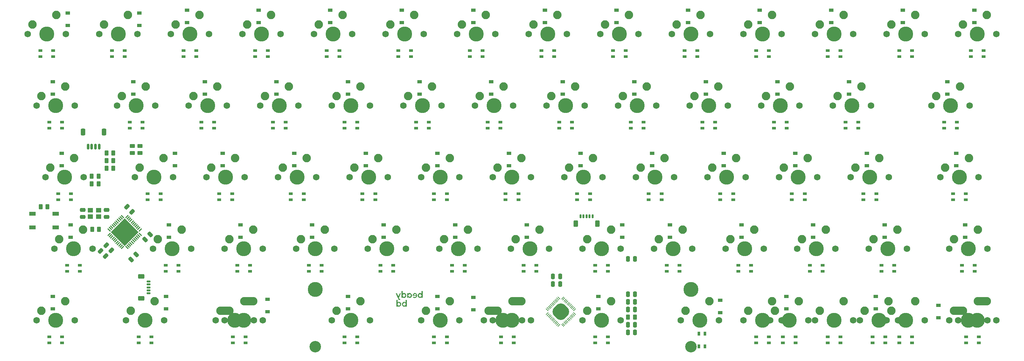
<source format=gbs>
%TF.GenerationSoftware,KiCad,Pcbnew,(6.0.5)*%
%TF.CreationDate,2022-07-14T23:48:44-04:00*%
%TF.ProjectId,bd64pcb,62643634-7063-4622-9e6b-696361645f70,rev?*%
%TF.SameCoordinates,Original*%
%TF.FileFunction,Soldermask,Bot*%
%TF.FilePolarity,Negative*%
%FSLAX46Y46*%
G04 Gerber Fmt 4.6, Leading zero omitted, Abs format (unit mm)*
G04 Created by KiCad (PCBNEW (6.0.5)) date 2022-07-14 23:48:44*
%MOMM*%
%LPD*%
G01*
G04 APERTURE LIST*
G04 Aperture macros list*
%AMRoundRect*
0 Rectangle with rounded corners*
0 $1 Rounding radius*
0 $2 $3 $4 $5 $6 $7 $8 $9 X,Y pos of 4 corners*
0 Add a 4 corners polygon primitive as box body*
4,1,4,$2,$3,$4,$5,$6,$7,$8,$9,$2,$3,0*
0 Add four circle primitives for the rounded corners*
1,1,$1+$1,$2,$3*
1,1,$1+$1,$4,$5*
1,1,$1+$1,$6,$7*
1,1,$1+$1,$8,$9*
0 Add four rect primitives between the rounded corners*
20,1,$1+$1,$2,$3,$4,$5,0*
20,1,$1+$1,$4,$5,$6,$7,0*
20,1,$1+$1,$6,$7,$8,$9,0*
20,1,$1+$1,$8,$9,$2,$3,0*%
%AMRotRect*
0 Rectangle, with rotation*
0 The origin of the aperture is its center*
0 $1 length*
0 $2 width*
0 $3 Rotation angle, in degrees counterclockwise*
0 Add horizontal line*
21,1,$1,$2,0,0,$3*%
%AMFreePoly0*
4,1,24,1.200000,-1.125000,0.000000,-1.125000,0.000000,-1.121145,-0.146842,-1.115375,-0.347644,-1.069939,-0.536804,-0.988669,-0.707985,-0.874289,-0.855457,-0.730629,-0.974279,-0.562500,-1.060472,-0.375533,-1.111149,-0.175989,-1.124614,0.029449,-1.100416,0.233901,-1.039364,0.430519,-0.943504,0.612719,-0.816046,0.774399,-0.661258,0.910144,-0.484325,1.015408,-0.291171,1.086667,-0.088266,1.121532,
0.000000,1.120376,0.000000,1.125000,1.200000,1.125000,1.200000,-1.125000,1.200000,-1.125000,$1*%
G04 Aperture macros list end*
%ADD10C,3.987800*%
%ADD11C,1.750000*%
%ADD12C,2.250000*%
%ADD13FreePoly0,0.000000*%
%ADD14FreePoly0,180.000000*%
%ADD15C,3.048000*%
%ADD16RoundRect,0.250000X0.512652X0.159099X0.159099X0.512652X-0.512652X-0.159099X-0.159099X-0.512652X0*%
%ADD17RoundRect,0.250000X-0.159099X0.512652X-0.512652X0.159099X0.159099X-0.512652X0.512652X-0.159099X0*%
%ADD18RoundRect,0.250000X-0.512652X-0.159099X-0.159099X-0.512652X0.512652X0.159099X0.159099X0.512652X0*%
%ADD19RoundRect,0.250000X0.159099X-0.512652X0.512652X-0.159099X-0.159099X0.512652X-0.512652X0.159099X0*%
%ADD20RoundRect,0.250000X0.475000X-0.250000X0.475000X0.250000X-0.475000X0.250000X-0.475000X-0.250000X0*%
%ADD21RoundRect,0.250000X-0.475000X0.250000X-0.475000X-0.250000X0.475000X-0.250000X0.475000X0.250000X0*%
%ADD22RoundRect,0.250000X-0.250000X-0.475000X0.250000X-0.475000X0.250000X0.475000X-0.250000X0.475000X0*%
%ADD23RoundRect,0.250000X0.250000X0.475000X-0.250000X0.475000X-0.250000X-0.475000X0.250000X-0.475000X0*%
%ADD24R,1.200000X0.900000*%
%ADD25R,1.000000X0.700000*%
%ADD26R,0.700000X1.000000*%
%ADD27RoundRect,0.250000X0.262500X0.450000X-0.262500X0.450000X-0.262500X-0.450000X0.262500X-0.450000X0*%
%ADD28RoundRect,0.250000X-0.450000X0.262500X-0.450000X-0.262500X0.450000X-0.262500X0.450000X0.262500X0*%
%ADD29RoundRect,0.250000X-0.262500X-0.450000X0.262500X-0.450000X0.262500X0.450000X-0.262500X0.450000X0*%
%ADD30R,1.800000X1.100000*%
%ADD31RoundRect,0.050000X-0.229810X-0.300520X0.300520X0.229810X0.229810X0.300520X-0.300520X-0.229810X0*%
%ADD32RoundRect,0.050000X0.229810X-0.300520X0.300520X-0.229810X-0.229810X0.300520X-0.300520X0.229810X0*%
%ADD33RoundRect,1.500000X0.000000X-0.707107X0.707107X0.000000X0.000000X0.707107X-0.707107X0.000000X0*%
%ADD34R,1.400000X1.200000*%
%ADD35RoundRect,0.062500X-0.291682X-0.380070X0.380070X0.291682X0.291682X0.380070X-0.380070X-0.291682X0*%
%ADD36RoundRect,0.062500X0.291682X-0.380070X0.380070X-0.291682X-0.291682X0.380070X-0.380070X0.291682X0*%
%ADD37RotRect,5.200000X5.200000X45.000000*%
%ADD38RoundRect,0.150000X-0.150000X-0.625000X0.150000X-0.625000X0.150000X0.625000X-0.150000X0.625000X0*%
%ADD39RoundRect,0.250000X-0.350000X-0.650000X0.350000X-0.650000X0.350000X0.650000X-0.350000X0.650000X0*%
%ADD40RoundRect,0.125000X0.375000X-0.125000X0.375000X0.125000X-0.375000X0.125000X-0.375000X-0.125000X0*%
%ADD41RoundRect,0.250000X0.600000X-0.350000X0.600000X0.350000X-0.600000X0.350000X-0.600000X-0.350000X0*%
%ADD42RoundRect,0.125000X0.125000X0.375000X-0.125000X0.375000X-0.125000X-0.375000X0.125000X-0.375000X0*%
%ADD43RoundRect,0.250000X0.350000X0.600000X-0.350000X0.600000X-0.350000X-0.600000X0.350000X-0.600000X0*%
G04 APERTURE END LIST*
%TO.C,G\u002A\u002A\u002A*%
G36*
X123190402Y-121202671D02*
G01*
X123137954Y-121409223D01*
X123022338Y-121586758D01*
X122848880Y-121716432D01*
X122821758Y-121729498D01*
X122625870Y-121793666D01*
X122440709Y-121788784D01*
X122236324Y-121714769D01*
X122050682Y-121624751D01*
X122142788Y-121526545D01*
X122154239Y-121514408D01*
X122217569Y-121459441D01*
X122277865Y-121454710D01*
X122374173Y-121494868D01*
X122487826Y-121532583D01*
X122625016Y-121533349D01*
X122678351Y-121514232D01*
X122784865Y-121449203D01*
X122869528Y-121368100D01*
X122904038Y-121295088D01*
X122892091Y-121284042D01*
X122810861Y-121267313D01*
X122662598Y-121256471D01*
X122458796Y-121252613D01*
X122013554Y-121252613D01*
X122013713Y-121072095D01*
X122025508Y-120995833D01*
X122267978Y-120995833D01*
X122306458Y-121019039D01*
X122416787Y-121034637D01*
X122586008Y-121040239D01*
X122686966Y-121039231D01*
X122817102Y-121030931D01*
X122884689Y-121011966D01*
X122904038Y-120979609D01*
X122874825Y-120911963D01*
X122791356Y-120832338D01*
X122682704Y-120768843D01*
X122578362Y-120742914D01*
X122487432Y-120770311D01*
X122385259Y-120837685D01*
X122302235Y-120920904D01*
X122267978Y-120995833D01*
X122025508Y-120995833D01*
X122044309Y-120874280D01*
X122135213Y-120704744D01*
X122271481Y-120582687D01*
X122438011Y-120511723D01*
X122619704Y-120495464D01*
X122801460Y-120537523D01*
X122968178Y-120641514D01*
X123104760Y-120811048D01*
X123171837Y-120979609D01*
X123174358Y-120985945D01*
X123190402Y-121202671D01*
G37*
G36*
X120220590Y-121467512D02*
G01*
X120108542Y-121626683D01*
X119978162Y-121732680D01*
X119912154Y-121760547D01*
X119734204Y-121790830D01*
X119560423Y-121768455D01*
X119423619Y-121695616D01*
X119382445Y-121659871D01*
X119348732Y-121646699D01*
X119342102Y-121692017D01*
X119340283Y-121709739D01*
X119299808Y-121750473D01*
X119193688Y-121762312D01*
X119045274Y-121762312D01*
X119045274Y-121119657D01*
X119343494Y-121119657D01*
X119361846Y-121268732D01*
X119446184Y-121403206D01*
X119532506Y-121467757D01*
X119681334Y-121507463D01*
X119750037Y-121499763D01*
X119888069Y-121430890D01*
X119984376Y-121306586D01*
X120020566Y-121146426D01*
X120013331Y-121073307D01*
X119948618Y-120926402D01*
X119831821Y-120823905D01*
X119681334Y-120785389D01*
X119604602Y-120794340D01*
X119472846Y-120861509D01*
X119383152Y-120976932D01*
X119343494Y-121119657D01*
X119045274Y-121119657D01*
X119045274Y-119978366D01*
X119342102Y-119978366D01*
X119342102Y-120324748D01*
X119342675Y-120473849D01*
X119347101Y-120581482D01*
X119359393Y-120628987D01*
X119383562Y-120629770D01*
X119423619Y-120597236D01*
X119472670Y-120561678D01*
X119628464Y-120509090D01*
X119807897Y-120507857D01*
X119978162Y-120560172D01*
X120084932Y-120641281D01*
X120201819Y-120792900D01*
X120285436Y-120971874D01*
X120317394Y-121146426D01*
X120295919Y-121286947D01*
X120220590Y-121467512D01*
G37*
G36*
X118006852Y-120956561D02*
G01*
X118061936Y-121098201D01*
X118122111Y-121239291D01*
X118167738Y-121330629D01*
X118191834Y-121357090D01*
X118204600Y-121335419D01*
X118245249Y-121247437D01*
X118303687Y-121110061D01*
X118371938Y-120941688D01*
X118403180Y-120863116D01*
X118465834Y-120712036D01*
X118513591Y-120619055D01*
X118558069Y-120569138D01*
X118610887Y-120547254D01*
X118683664Y-120538371D01*
X118742129Y-120532922D01*
X118786588Y-120533924D01*
X118810403Y-120552063D01*
X118811756Y-120597626D01*
X118788832Y-120680898D01*
X118739813Y-120812167D01*
X118662883Y-121001717D01*
X118556223Y-121259836D01*
X118334002Y-121798119D01*
X118413389Y-121928878D01*
X118493389Y-122023760D01*
X118599408Y-122059637D01*
X118665720Y-122067836D01*
X118698812Y-122110987D01*
X118706042Y-122213892D01*
X118706042Y-122368146D01*
X118529956Y-122344489D01*
X118378530Y-122301131D01*
X118253722Y-122220516D01*
X118206216Y-122149185D01*
X118135108Y-122010947D01*
X118046527Y-121818917D01*
X117946455Y-121586068D01*
X117840876Y-121325371D01*
X117528177Y-120530540D01*
X117847318Y-120530540D01*
X118006852Y-120956561D01*
G37*
G36*
X124494189Y-121762312D02*
G01*
X124483552Y-121762241D01*
X124378852Y-121746082D01*
X124345775Y-121699224D01*
X124338564Y-121669325D01*
X124298594Y-121670818D01*
X124207962Y-121720303D01*
X124108097Y-121768651D01*
X123912534Y-121799968D01*
X123722796Y-121756121D01*
X123554555Y-121642242D01*
X123423488Y-121463464D01*
X123414312Y-121445242D01*
X123343384Y-121252712D01*
X123339322Y-121117492D01*
X123633418Y-121117492D01*
X123659106Y-121277491D01*
X123763427Y-121423950D01*
X123855637Y-121485719D01*
X123992819Y-121510890D01*
X124125058Y-121475626D01*
X124236948Y-121392634D01*
X124313080Y-121274619D01*
X124338048Y-121134290D01*
X124296444Y-120984353D01*
X124294997Y-120981655D01*
X124186716Y-120854632D01*
X124046684Y-120790801D01*
X123897216Y-120794862D01*
X123760628Y-120871515D01*
X123686449Y-120960969D01*
X123633418Y-121117492D01*
X123339322Y-121117492D01*
X123337982Y-121072904D01*
X123396508Y-120870651D01*
X123483324Y-120719859D01*
X123633402Y-120584274D01*
X123814481Y-120508765D01*
X124008009Y-120500400D01*
X124195435Y-120566248D01*
X124345775Y-120655100D01*
X124345775Y-119978366D01*
X124642603Y-119978366D01*
X124642603Y-121762312D01*
X124494189Y-121762312D01*
G37*
G36*
X120296192Y-124098433D02*
G01*
X120285556Y-124098361D01*
X120180855Y-124082203D01*
X120147778Y-124035345D01*
X120140567Y-124005446D01*
X120100598Y-124006939D01*
X120009965Y-124056423D01*
X119910100Y-124104771D01*
X119714538Y-124136088D01*
X119524799Y-124092241D01*
X119356558Y-123978362D01*
X119225491Y-123799584D01*
X119216316Y-123781363D01*
X119145387Y-123588833D01*
X119141325Y-123453612D01*
X119435422Y-123453612D01*
X119461110Y-123613612D01*
X119565430Y-123760070D01*
X119657640Y-123821839D01*
X119794822Y-123847011D01*
X119927062Y-123811747D01*
X120038951Y-123728754D01*
X120115084Y-123610739D01*
X120140052Y-123470410D01*
X120098448Y-123320473D01*
X120097001Y-123317775D01*
X119988719Y-123190752D01*
X119848687Y-123126922D01*
X119699220Y-123130983D01*
X119562631Y-123207635D01*
X119488453Y-123297090D01*
X119435422Y-123453612D01*
X119141325Y-123453612D01*
X119139985Y-123409024D01*
X119198511Y-123206771D01*
X119285327Y-123055979D01*
X119435406Y-122920394D01*
X119616485Y-122844885D01*
X119810013Y-122836521D01*
X119997438Y-122902369D01*
X120147778Y-122991220D01*
X120147778Y-122314486D01*
X120444606Y-122314486D01*
X120444606Y-124098433D01*
X120296192Y-124098433D01*
G37*
G36*
X118863662Y-123803633D02*
G01*
X118751613Y-123962803D01*
X118621234Y-124068801D01*
X118555226Y-124096668D01*
X118377276Y-124126950D01*
X118203495Y-124104575D01*
X118066690Y-124031737D01*
X118025517Y-123995992D01*
X117991804Y-123982820D01*
X117985174Y-124028137D01*
X117983355Y-124045860D01*
X117942879Y-124086593D01*
X117836760Y-124098433D01*
X117688346Y-124098433D01*
X117688346Y-123455777D01*
X117986565Y-123455777D01*
X118004918Y-123604852D01*
X118089256Y-123739327D01*
X118175578Y-123803877D01*
X118324406Y-123843583D01*
X118393109Y-123835883D01*
X118531141Y-123767010D01*
X118627448Y-123642707D01*
X118663638Y-123482546D01*
X118656403Y-123409427D01*
X118591689Y-123262523D01*
X118474893Y-123160025D01*
X118324406Y-123121510D01*
X118247674Y-123130460D01*
X118115918Y-123197629D01*
X118026223Y-123313052D01*
X117986565Y-123455777D01*
X117688346Y-123455777D01*
X117688346Y-122314486D01*
X117985174Y-122314486D01*
X117985174Y-122660869D01*
X117985746Y-122809969D01*
X117990172Y-122917602D01*
X118002465Y-122965107D01*
X118026634Y-122965890D01*
X118066690Y-122933356D01*
X118115741Y-122897799D01*
X118271536Y-122845210D01*
X118450969Y-122843977D01*
X118621234Y-122896292D01*
X118728004Y-122977402D01*
X118844891Y-123129021D01*
X118928507Y-123307995D01*
X118960466Y-123482546D01*
X118938991Y-123623067D01*
X118863662Y-123803633D01*
G37*
G36*
X121704730Y-121467512D02*
G01*
X121592682Y-121626683D01*
X121462302Y-121732680D01*
X121396294Y-121760547D01*
X121218345Y-121790830D01*
X121044563Y-121768455D01*
X120907759Y-121695616D01*
X120866585Y-121659871D01*
X120832873Y-121646699D01*
X120826242Y-121692017D01*
X120824423Y-121709739D01*
X120783948Y-121750473D01*
X120677828Y-121762312D01*
X120529414Y-121762312D01*
X120529414Y-121119657D01*
X120827634Y-121119657D01*
X120845987Y-121268732D01*
X120930325Y-121403206D01*
X121016647Y-121467757D01*
X121165474Y-121507463D01*
X121234177Y-121499763D01*
X121372210Y-121430890D01*
X121468517Y-121306586D01*
X121504706Y-121146426D01*
X121497471Y-121073307D01*
X121432758Y-120926402D01*
X121315961Y-120823905D01*
X121165474Y-120785389D01*
X121088743Y-120794340D01*
X120956986Y-120861509D01*
X120867292Y-120976932D01*
X120827634Y-121119657D01*
X120529414Y-121119657D01*
X120529414Y-120530540D01*
X120677828Y-120530540D01*
X120715245Y-120531401D01*
X120801245Y-120550572D01*
X120826242Y-120600835D01*
X120828073Y-120634681D01*
X120848237Y-120645474D01*
X120907759Y-120597236D01*
X120956810Y-120561678D01*
X121112604Y-120509090D01*
X121292038Y-120507857D01*
X121462302Y-120560172D01*
X121569072Y-120641281D01*
X121685959Y-120792900D01*
X121769576Y-120971874D01*
X121801534Y-121146426D01*
X121780060Y-121286947D01*
X121704730Y-121467512D01*
G37*
%TD*%
D10*
%TO.C,MX1*%
X24606250Y-51593750D03*
D11*
X29686250Y-51593750D03*
X19526250Y-51593750D03*
D12*
X20796250Y-49053750D03*
X27146250Y-46513750D03*
%TD*%
D11*
%TO.C,MX2*%
X48736250Y-51593750D03*
D10*
X43656250Y-51593750D03*
D11*
X38576250Y-51593750D03*
D12*
X39846250Y-49053750D03*
X46196250Y-46513750D03*
%TD*%
D10*
%TO.C,MX4*%
X81756250Y-51593750D03*
D11*
X76676250Y-51593750D03*
X86836250Y-51593750D03*
D12*
X77946250Y-49053750D03*
X84296250Y-46513750D03*
%TD*%
D10*
%TO.C,MX10*%
X196056250Y-51593750D03*
D11*
X201136250Y-51593750D03*
X190976250Y-51593750D03*
D12*
X192246250Y-49053750D03*
X198596250Y-46513750D03*
%TD*%
D11*
%TO.C,MX11*%
X220186250Y-51593750D03*
X210026250Y-51593750D03*
D10*
X215106250Y-51593750D03*
D12*
X211296250Y-49053750D03*
X217646250Y-46513750D03*
%TD*%
D11*
%TO.C,MX12*%
X239236250Y-51593750D03*
X229076250Y-51593750D03*
D10*
X234156250Y-51593750D03*
D12*
X230346250Y-49053750D03*
X236696250Y-46513750D03*
%TD*%
D11*
%TO.C,MX13*%
X248126250Y-51593750D03*
X258286250Y-51593750D03*
D10*
X253206250Y-51593750D03*
D12*
X249396250Y-49053750D03*
X255746250Y-46513750D03*
%TD*%
D11*
%TO.C,MX14*%
X277336250Y-51593750D03*
X267176250Y-51593750D03*
D10*
X272256250Y-51593750D03*
D12*
X268446250Y-49053750D03*
X274796250Y-46513750D03*
%TD*%
D10*
%TO.C,MX15*%
X26987500Y-70643750D03*
D11*
X32067500Y-70643750D03*
X21907500Y-70643750D03*
D12*
X23177500Y-68103750D03*
X29527500Y-65563750D03*
%TD*%
D10*
%TO.C,MX16*%
X48418750Y-70643750D03*
D11*
X43338750Y-70643750D03*
X53498750Y-70643750D03*
D12*
X44608750Y-68103750D03*
X50958750Y-65563750D03*
%TD*%
D11*
%TO.C,MX17*%
X62388750Y-70643750D03*
D10*
X67468750Y-70643750D03*
D11*
X72548750Y-70643750D03*
D12*
X63658750Y-68103750D03*
X70008750Y-65563750D03*
%TD*%
D10*
%TO.C,MX18*%
X86518750Y-70643750D03*
D11*
X81438750Y-70643750D03*
X91598750Y-70643750D03*
D12*
X82708750Y-68103750D03*
X89058750Y-65563750D03*
%TD*%
D11*
%TO.C,MX19*%
X110648750Y-70643750D03*
X100488750Y-70643750D03*
D10*
X105568750Y-70643750D03*
D12*
X101758750Y-68103750D03*
X108108750Y-65563750D03*
%TD*%
D11*
%TO.C,MX20*%
X119538750Y-70643750D03*
X129698750Y-70643750D03*
D10*
X124618750Y-70643750D03*
D12*
X120808750Y-68103750D03*
X127158750Y-65563750D03*
%TD*%
D11*
%TO.C,MX25*%
X224948750Y-70643750D03*
X214788750Y-70643750D03*
D10*
X219868750Y-70643750D03*
D12*
X216058750Y-68103750D03*
X222408750Y-65563750D03*
%TD*%
D11*
%TO.C,MX26*%
X243998750Y-70643750D03*
D10*
X238918750Y-70643750D03*
D11*
X233838750Y-70643750D03*
D12*
X235108750Y-68103750D03*
X241458750Y-65563750D03*
%TD*%
D11*
%TO.C,MX28*%
X24288750Y-89693750D03*
D10*
X29368750Y-89693750D03*
D11*
X34448750Y-89693750D03*
D12*
X25558750Y-87153750D03*
X31908750Y-84613750D03*
%TD*%
D11*
%TO.C,MX29*%
X58261250Y-89693750D03*
X48101250Y-89693750D03*
D10*
X53181250Y-89693750D03*
D12*
X49371250Y-87153750D03*
X55721250Y-84613750D03*
%TD*%
D11*
%TO.C,MX37*%
X200501250Y-89693750D03*
X210661250Y-89693750D03*
D10*
X205581250Y-89693750D03*
D12*
X201771250Y-87153750D03*
X208121250Y-84613750D03*
%TD*%
D11*
%TO.C,MX38*%
X229711250Y-89693750D03*
D10*
X224631250Y-89693750D03*
D11*
X219551250Y-89693750D03*
D12*
X220821250Y-87153750D03*
X227171250Y-84613750D03*
%TD*%
D10*
%TO.C,MX39*%
X243681250Y-89693750D03*
D11*
X248761250Y-89693750D03*
X238601250Y-89693750D03*
D12*
X239871250Y-87153750D03*
X246221250Y-84613750D03*
%TD*%
D11*
%TO.C,MX40*%
X272573750Y-89693750D03*
X262413750Y-89693750D03*
D10*
X267493750Y-89693750D03*
D12*
X263683750Y-87153750D03*
X270033750Y-84613750D03*
%TD*%
D10*
%TO.C,MX41*%
X31750000Y-108743750D03*
D11*
X36830000Y-108743750D03*
X26670000Y-108743750D03*
D12*
X27940000Y-106203750D03*
X34290000Y-103663750D03*
%TD*%
D10*
%TO.C,MX42*%
X57943750Y-108743750D03*
D11*
X52863750Y-108743750D03*
X63023750Y-108743750D03*
D12*
X54133750Y-106203750D03*
X60483750Y-103663750D03*
%TD*%
D10*
%TO.C,MX43*%
X76993750Y-108743750D03*
D11*
X82073750Y-108743750D03*
X71913750Y-108743750D03*
D12*
X73183750Y-106203750D03*
X79533750Y-103663750D03*
%TD*%
D11*
%TO.C,MX44*%
X90963750Y-108743750D03*
D10*
X96043750Y-108743750D03*
D11*
X101123750Y-108743750D03*
D12*
X92233750Y-106203750D03*
X98583750Y-103663750D03*
%TD*%
D11*
%TO.C,MX45*%
X120173750Y-108743750D03*
X110013750Y-108743750D03*
D10*
X115093750Y-108743750D03*
D12*
X111283750Y-106203750D03*
X117633750Y-103663750D03*
%TD*%
D11*
%TO.C,MX46*%
X129063750Y-108743750D03*
X139223750Y-108743750D03*
D10*
X134143750Y-108743750D03*
D12*
X130333750Y-106203750D03*
X136683750Y-103663750D03*
%TD*%
D11*
%TO.C,MX47*%
X158273750Y-108743750D03*
X148113750Y-108743750D03*
D10*
X153193750Y-108743750D03*
D12*
X149383750Y-106203750D03*
X155733750Y-103663750D03*
%TD*%
D11*
%TO.C,MX48*%
X167163750Y-108743750D03*
D10*
X172243750Y-108743750D03*
D11*
X177323750Y-108743750D03*
D12*
X168433750Y-106203750D03*
X174783750Y-103663750D03*
%TD*%
D10*
%TO.C,MX49*%
X191293750Y-108743750D03*
D11*
X196373750Y-108743750D03*
X186213750Y-108743750D03*
D12*
X187483750Y-106203750D03*
X193833750Y-103663750D03*
%TD*%
D10*
%TO.C,MX50*%
X210343750Y-108743750D03*
D11*
X205263750Y-108743750D03*
X215423750Y-108743750D03*
D12*
X206533750Y-106203750D03*
X212883750Y-103663750D03*
%TD*%
D11*
%TO.C,MX51*%
X234473750Y-108743750D03*
D10*
X229393750Y-108743750D03*
D11*
X224313750Y-108743750D03*
D12*
X225583750Y-106203750D03*
X231933750Y-103663750D03*
%TD*%
D10*
%TO.C,MX52*%
X248443750Y-108743750D03*
D11*
X243363750Y-108743750D03*
X253523750Y-108743750D03*
D12*
X244633750Y-106203750D03*
X250983750Y-103663750D03*
%TD*%
D11*
%TO.C,MX54*%
X32067500Y-127793750D03*
D10*
X26987500Y-127793750D03*
D11*
X21907500Y-127793750D03*
D12*
X23177500Y-125253750D03*
X29527500Y-122713750D03*
%TD*%
D11*
%TO.C,MX55*%
X45720000Y-127793750D03*
D10*
X50800000Y-127793750D03*
D11*
X55880000Y-127793750D03*
D12*
X46990000Y-125253750D03*
X53340000Y-122713750D03*
%TD*%
D11*
%TO.C,MX56*%
X69531900Y-127793150D03*
D10*
X74611900Y-127793150D03*
X76993750Y-127793750D03*
D11*
X71913750Y-127793750D03*
X79691900Y-127793150D03*
X82073750Y-127793750D03*
D13*
X70802500Y-125253750D03*
D14*
X73183750Y-125253750D03*
X79533750Y-122713750D03*
D13*
X77152500Y-122713750D03*
%TD*%
D11*
%TO.C,MX57*%
X100488750Y-127793750D03*
X110648750Y-127793750D03*
D10*
X105568750Y-127793750D03*
D12*
X101758750Y-125253750D03*
X108108750Y-122713750D03*
%TD*%
D11*
%TO.C,MX58*%
X134461250Y-127793750D03*
D10*
X129381250Y-127793750D03*
D11*
X124301250Y-127793750D03*
D12*
X125571250Y-125253750D03*
X131921250Y-122713750D03*
%TD*%
D10*
%TO.C,MX59*%
X146046400Y-127793150D03*
D11*
X151126400Y-127793150D03*
X140966400Y-127793150D03*
D10*
X96046500Y-119538150D03*
D11*
X143351250Y-127793750D03*
D15*
X96046500Y-134778150D03*
D11*
X153511250Y-127793750D03*
D10*
X196046300Y-119538150D03*
D15*
X196046300Y-134778150D03*
D10*
X148431250Y-127793750D03*
D13*
X142240000Y-125253750D03*
D14*
X144621250Y-125253750D03*
D13*
X148590000Y-122713750D03*
D14*
X150971250Y-122713750D03*
%TD*%
D11*
%TO.C,MX60*%
X177323750Y-127793750D03*
X167163750Y-127793750D03*
D10*
X172243750Y-127793750D03*
D12*
X168433750Y-125253750D03*
X174783750Y-122713750D03*
%TD*%
D10*
%TO.C,MX61*%
X198437500Y-127793750D03*
D11*
X203517500Y-127793750D03*
X193357500Y-127793750D03*
X220184600Y-127793150D03*
D10*
X215104600Y-127793150D03*
D11*
X210024600Y-127793150D03*
D12*
X194627500Y-125253750D03*
X211294600Y-125253150D03*
X217644600Y-122713150D03*
X200977500Y-122713750D03*
%TD*%
D11*
%TO.C,MX62*%
X239234900Y-127793150D03*
D10*
X222250000Y-127793750D03*
D11*
X229074900Y-127793150D03*
D10*
X234154900Y-127793150D03*
D11*
X217170000Y-127793750D03*
X227330000Y-127793750D03*
D12*
X230344900Y-125253150D03*
X218440000Y-125253750D03*
X224790000Y-122713750D03*
X236694900Y-122713150D03*
%TD*%
D11*
%TO.C,MX63*%
X251142500Y-127793750D03*
X248125200Y-127793750D03*
X258285200Y-127793750D03*
D10*
X253205200Y-127793750D03*
D11*
X240982500Y-127793750D03*
D10*
X246062500Y-127793750D03*
D12*
X249395200Y-125253750D03*
X242252500Y-125253750D03*
X248602500Y-122713750D03*
X255745200Y-122713750D03*
%TD*%
D10*
%TO.C,MX64*%
X272256250Y-127793750D03*
D11*
X264795000Y-127793750D03*
D10*
X269875000Y-127793750D03*
D11*
X274955000Y-127793750D03*
X277336250Y-127793750D03*
X267176250Y-127793750D03*
D14*
X268446250Y-125253750D03*
D13*
X266065000Y-125253750D03*
X272415000Y-122713750D03*
D14*
X274796250Y-122713750D03*
%TD*%
D11*
%TO.C,MX30*%
X77311250Y-89693750D03*
D10*
X72231250Y-89693750D03*
D11*
X67151250Y-89693750D03*
D12*
X68421250Y-87153750D03*
X74771250Y-84613750D03*
%TD*%
D11*
%TO.C,MX36*%
X191611250Y-89693750D03*
D10*
X186531250Y-89693750D03*
D11*
X181451250Y-89693750D03*
D12*
X182721250Y-87153750D03*
X189071250Y-84613750D03*
%TD*%
D10*
%TO.C,MX35*%
X167481250Y-89693750D03*
D11*
X172561250Y-89693750D03*
X162401250Y-89693750D03*
D12*
X163671250Y-87153750D03*
X170021250Y-84613750D03*
%TD*%
D10*
%TO.C,MX34*%
X148431250Y-89693750D03*
D11*
X153511250Y-89693750D03*
X143351250Y-89693750D03*
D12*
X144621250Y-87153750D03*
X150971250Y-84613750D03*
%TD*%
D11*
%TO.C,MX33*%
X134461250Y-89693750D03*
D10*
X129381250Y-89693750D03*
D11*
X124301250Y-89693750D03*
D12*
X125571250Y-87153750D03*
X131921250Y-84613750D03*
%TD*%
D11*
%TO.C,MX32*%
X105251250Y-89693750D03*
D10*
X110331250Y-89693750D03*
D11*
X115411250Y-89693750D03*
D12*
X106521250Y-87153750D03*
X112871250Y-84613750D03*
%TD*%
D11*
%TO.C,MX31*%
X96361250Y-89693750D03*
D10*
X91281250Y-89693750D03*
D11*
X86201250Y-89693750D03*
D12*
X87471250Y-87153750D03*
X93821250Y-84613750D03*
%TD*%
D11*
%TO.C,MX23*%
X186848750Y-70643750D03*
X176688750Y-70643750D03*
D10*
X181768750Y-70643750D03*
D12*
X177958750Y-68103750D03*
X184308750Y-65563750D03*
%TD*%
D10*
%TO.C,MX22*%
X162718750Y-70643750D03*
D11*
X167798750Y-70643750D03*
X157638750Y-70643750D03*
D12*
X158908750Y-68103750D03*
X165258750Y-65563750D03*
%TD*%
D10*
%TO.C,MX21*%
X143668750Y-70643750D03*
D11*
X148748750Y-70643750D03*
X138588750Y-70643750D03*
D12*
X139858750Y-68103750D03*
X146208750Y-65563750D03*
%TD*%
D11*
%TO.C,MX5*%
X105886250Y-51593750D03*
X95726250Y-51593750D03*
D10*
X100806250Y-51593750D03*
D12*
X96996250Y-49053750D03*
X103346250Y-46513750D03*
%TD*%
D11*
%TO.C,MX9*%
X182086250Y-51593750D03*
D10*
X177006250Y-51593750D03*
D11*
X171926250Y-51593750D03*
D12*
X173196250Y-49053750D03*
X179546250Y-46513750D03*
%TD*%
D11*
%TO.C,MX24*%
X205898750Y-70643750D03*
D10*
X200818750Y-70643750D03*
D11*
X195738750Y-70643750D03*
D12*
X197008750Y-68103750D03*
X203358750Y-65563750D03*
%TD*%
D11*
%TO.C,MX7*%
X143986250Y-51593750D03*
X133826250Y-51593750D03*
D10*
X138906250Y-51593750D03*
D12*
X135096250Y-49053750D03*
X141446250Y-46513750D03*
%TD*%
D11*
%TO.C,MX6*%
X114776250Y-51593750D03*
D10*
X119856250Y-51593750D03*
D11*
X124936250Y-51593750D03*
D12*
X116046250Y-49053750D03*
X122396250Y-46513750D03*
%TD*%
D11*
%TO.C,MX8*%
X163036250Y-51593750D03*
D10*
X157956250Y-51593750D03*
D11*
X152876250Y-51593750D03*
D12*
X154146250Y-49053750D03*
X160496250Y-46513750D03*
%TD*%
D11*
%TO.C,MX53*%
X264795000Y-108743750D03*
X274955000Y-108743750D03*
D10*
X269875000Y-108743750D03*
D12*
X266065000Y-106203750D03*
X272415000Y-103663750D03*
%TD*%
D11*
%TO.C,MX3*%
X67786250Y-51593750D03*
X57626250Y-51593750D03*
D10*
X62706250Y-51593750D03*
D12*
X58896250Y-49053750D03*
X65246250Y-46513750D03*
%TD*%
D10*
%TO.C,MX27*%
X265112500Y-70643750D03*
D11*
X260032500Y-70643750D03*
X270192500Y-70643750D03*
D12*
X261302500Y-68103750D03*
X267652500Y-65563750D03*
%TD*%
D16*
%TO.C,C1*%
X47280751Y-98842751D03*
X45937249Y-97499249D03*
%TD*%
D17*
%TO.C,C2*%
X52106751Y-104865249D03*
X50763249Y-106208751D03*
%TD*%
D18*
%TO.C,C3*%
X40476249Y-107786249D03*
X41819751Y-109129751D03*
%TD*%
D19*
%TO.C,C4*%
X47080249Y-111542751D03*
X48423751Y-110199249D03*
%TD*%
D20*
%TO.C,C5*%
X40482761Y-100264000D03*
X40482761Y-98364000D03*
%TD*%
D21*
%TO.C,C6*%
X34132761Y-98364000D03*
X34132761Y-100264000D03*
%TD*%
D18*
%TO.C,C7*%
X38952249Y-109310249D03*
X40295751Y-110653751D03*
%TD*%
D22*
%TO.C,C9*%
X179263000Y-111379000D03*
X181163000Y-111379000D03*
%TD*%
D23*
%TO.C,C10*%
X181163000Y-130937000D03*
X179263000Y-130937000D03*
%TD*%
%TO.C,C11*%
X161224000Y-118110000D03*
X159324000Y-118110000D03*
%TD*%
%TO.C,C12*%
X181163000Y-124841000D03*
X179263000Y-124841000D03*
%TD*%
%TO.C,C13*%
X181163000Y-128905000D03*
X179263000Y-128905000D03*
%TD*%
%TO.C,C14*%
X161224000Y-116078000D03*
X159324000Y-116078000D03*
%TD*%
D22*
%TO.C,C16*%
X179263000Y-120777000D03*
X181163000Y-120777000D03*
%TD*%
D24*
%TO.C,D2*%
X49212500Y-49275000D03*
X49212500Y-45975000D03*
%TD*%
%TO.C,D3*%
X61912500Y-48481250D03*
X61912500Y-45181250D03*
%TD*%
%TO.C,D4*%
X80962500Y-48481250D03*
X80962500Y-45181250D03*
%TD*%
%TO.C,D5*%
X100012500Y-48481250D03*
X100012500Y-45181250D03*
%TD*%
%TO.C,D6*%
X119062500Y-48481250D03*
X119062500Y-45181250D03*
%TD*%
%TO.C,D7*%
X138112500Y-48481250D03*
X138112500Y-45181250D03*
%TD*%
%TO.C,D8*%
X157162500Y-48481250D03*
X157162500Y-45181250D03*
%TD*%
%TO.C,D9*%
X176212500Y-48481250D03*
X176212500Y-45181250D03*
%TD*%
%TO.C,D10*%
X195262500Y-48481250D03*
X195262500Y-45181250D03*
%TD*%
%TO.C,D11*%
X214312500Y-48481250D03*
X214312500Y-45181250D03*
%TD*%
%TO.C,D12*%
X233362500Y-48481250D03*
X233362500Y-45181250D03*
%TD*%
%TO.C,D13*%
X252412500Y-48481250D03*
X252412500Y-45181250D03*
%TD*%
%TO.C,D15*%
X26193750Y-67531250D03*
X26193750Y-64231250D03*
%TD*%
%TO.C,D16*%
X47625000Y-67531250D03*
X47625000Y-64231250D03*
%TD*%
%TO.C,D17*%
X66675000Y-67531250D03*
X66675000Y-64231250D03*
%TD*%
%TO.C,D18*%
X85725000Y-67531250D03*
X85725000Y-64231250D03*
%TD*%
%TO.C,D19*%
X104775000Y-67531250D03*
X104775000Y-64231250D03*
%TD*%
%TO.C,D20*%
X123825000Y-67531250D03*
X123825000Y-64231250D03*
%TD*%
%TO.C,D21*%
X142875000Y-67531250D03*
X142875000Y-64231250D03*
%TD*%
%TO.C,D22*%
X161925000Y-67531250D03*
X161925000Y-64231250D03*
%TD*%
%TO.C,D23*%
X180975000Y-67531250D03*
X180975000Y-64231250D03*
%TD*%
%TO.C,D24*%
X200025000Y-67531250D03*
X200025000Y-64231250D03*
%TD*%
%TO.C,D25*%
X219075000Y-67531250D03*
X219075000Y-64231250D03*
%TD*%
%TO.C,D26*%
X238125000Y-67531250D03*
X238125000Y-64231250D03*
%TD*%
%TO.C,D14*%
X271462500Y-48481250D03*
X271462500Y-45181250D03*
%TD*%
%TO.C,D28*%
X28575000Y-86581250D03*
X28575000Y-83281250D03*
%TD*%
%TO.C,D29*%
X58737500Y-86581250D03*
X58737500Y-83281250D03*
%TD*%
%TO.C,D30*%
X71437500Y-86581250D03*
X71437500Y-83281250D03*
%TD*%
%TO.C,D31*%
X90487500Y-86581250D03*
X90487500Y-83281250D03*
%TD*%
%TO.C,D32*%
X109537500Y-86581250D03*
X109537500Y-83281250D03*
%TD*%
%TO.C,D33*%
X128587500Y-86581250D03*
X128587500Y-83281250D03*
%TD*%
%TO.C,D34*%
X147637500Y-86581250D03*
X147637500Y-83281250D03*
%TD*%
%TO.C,D35*%
X166687500Y-86581250D03*
X166687500Y-83281250D03*
%TD*%
%TO.C,D36*%
X185737500Y-86581250D03*
X185737500Y-83281250D03*
%TD*%
%TO.C,D37*%
X204787500Y-86581250D03*
X204787500Y-83281250D03*
%TD*%
%TO.C,D38*%
X223837500Y-86581250D03*
X223837500Y-83281250D03*
%TD*%
%TO.C,D39*%
X242887500Y-86581250D03*
X242887500Y-83281250D03*
%TD*%
%TO.C,D27*%
X264318750Y-67531250D03*
X264318750Y-64231250D03*
%TD*%
%TO.C,D41*%
X30956250Y-105631250D03*
X30956250Y-102331250D03*
%TD*%
%TO.C,D42*%
X57150000Y-105631250D03*
X57150000Y-102331250D03*
%TD*%
%TO.C,D43*%
X76200000Y-105631250D03*
X76200000Y-102331250D03*
%TD*%
%TO.C,D44*%
X95250000Y-105631250D03*
X95250000Y-102331250D03*
%TD*%
%TO.C,D45*%
X114300000Y-105631250D03*
X114300000Y-102331250D03*
%TD*%
%TO.C,D46*%
X133350000Y-105631250D03*
X133350000Y-102331250D03*
%TD*%
%TO.C,D47*%
X152400000Y-105631250D03*
X152400000Y-102331250D03*
%TD*%
%TO.C,D48*%
X177800000Y-105631250D03*
X177800000Y-102331250D03*
%TD*%
%TO.C,D49*%
X190500000Y-105631250D03*
X190500000Y-102331250D03*
%TD*%
%TO.C,D50*%
X209550000Y-105631250D03*
X209550000Y-102331250D03*
%TD*%
%TO.C,D51*%
X228600000Y-105631250D03*
X228600000Y-102331250D03*
%TD*%
%TO.C,D52*%
X247650000Y-105631250D03*
X247650000Y-102331250D03*
%TD*%
%TO.C,D40*%
X266700000Y-86581250D03*
X266700000Y-83281250D03*
%TD*%
%TO.C,D54*%
X26193750Y-124681250D03*
X26193750Y-121381250D03*
%TD*%
%TO.C,D55*%
X56356250Y-124681250D03*
X56356250Y-121381250D03*
%TD*%
%TO.C,D56*%
X83343750Y-125475000D03*
X83343750Y-122175000D03*
%TD*%
%TO.C,D57*%
X104775000Y-124681250D03*
X104775000Y-121381250D03*
%TD*%
%TO.C,D58*%
X128587500Y-124681250D03*
X128587500Y-121381250D03*
%TD*%
%TO.C,D59*%
X138112500Y-124967000D03*
X138112500Y-121667000D03*
%TD*%
%TO.C,D60*%
X171450000Y-124681250D03*
X171450000Y-121381250D03*
%TD*%
%TO.C,D61*%
X203835000Y-125729000D03*
X203835000Y-122429000D03*
%TD*%
%TO.C,D62*%
X221456250Y-124681250D03*
X221456250Y-121381250D03*
%TD*%
%TO.C,D63*%
X245268750Y-124681250D03*
X245268750Y-121381250D03*
%TD*%
%TO.C,D64*%
X261937500Y-127062500D03*
X261937500Y-123762500D03*
%TD*%
%TO.C,D53*%
X269081250Y-105631250D03*
X269081250Y-102331250D03*
%TD*%
D25*
%TO.C,L1*%
X22906250Y-55969000D03*
X26306250Y-55969000D03*
X26306250Y-57569000D03*
X22906250Y-57569000D03*
%TD*%
%TO.C,L2*%
X41956250Y-55969000D03*
X45356250Y-55969000D03*
X45356250Y-57569000D03*
X41956250Y-57569000D03*
%TD*%
%TO.C,L3*%
X61006250Y-55969000D03*
X64406250Y-55969000D03*
X64406250Y-57569000D03*
X61006250Y-57569000D03*
%TD*%
%TO.C,L4*%
X80056250Y-55969000D03*
X83456250Y-55969000D03*
X83456250Y-57569000D03*
X80056250Y-57569000D03*
%TD*%
%TO.C,L5*%
X99106250Y-55969000D03*
X102506250Y-55969000D03*
X102506250Y-57569000D03*
X99106250Y-57569000D03*
%TD*%
%TO.C,L6*%
X118156250Y-55969000D03*
X121556250Y-55969000D03*
X121556250Y-57569000D03*
X118156250Y-57569000D03*
%TD*%
%TO.C,L7*%
X137206250Y-55969000D03*
X140606250Y-55969000D03*
X140606250Y-57569000D03*
X137206250Y-57569000D03*
%TD*%
%TO.C,L8*%
X156256250Y-55969000D03*
X159656250Y-55969000D03*
X159656250Y-57569000D03*
X156256250Y-57569000D03*
%TD*%
%TO.C,L9*%
X175306250Y-55969000D03*
X178706250Y-55969000D03*
X178706250Y-57569000D03*
X175306250Y-57569000D03*
%TD*%
%TO.C,L10*%
X194356250Y-55969000D03*
X197756250Y-55969000D03*
X197756250Y-57569000D03*
X194356250Y-57569000D03*
%TD*%
%TO.C,L11*%
X213406250Y-55969000D03*
X216806250Y-55969000D03*
X216806250Y-57569000D03*
X213406250Y-57569000D03*
%TD*%
%TO.C,L12*%
X232456250Y-55969000D03*
X235856250Y-55969000D03*
X235856250Y-57569000D03*
X232456250Y-57569000D03*
%TD*%
%TO.C,L13*%
X251506250Y-55969000D03*
X254906250Y-55969000D03*
X254906250Y-57569000D03*
X251506250Y-57569000D03*
%TD*%
%TO.C,L14*%
X270556250Y-55969000D03*
X273956250Y-55969000D03*
X273956250Y-57569000D03*
X270556250Y-57569000D03*
%TD*%
%TO.C,L15*%
X25287500Y-132169000D03*
X28687500Y-132169000D03*
X28687500Y-133769000D03*
X25287500Y-133769000D03*
%TD*%
%TO.C,L16*%
X49100000Y-132169000D03*
X52500000Y-132169000D03*
X52500000Y-133769000D03*
X49100000Y-133769000D03*
%TD*%
%TO.C,L18*%
X46718750Y-75019000D03*
X50118750Y-75019000D03*
X50118750Y-76619000D03*
X46718750Y-76619000D03*
%TD*%
%TO.C,L19*%
X65768750Y-75019000D03*
X69168750Y-75019000D03*
X69168750Y-76619000D03*
X65768750Y-76619000D03*
%TD*%
%TO.C,L20*%
X84818750Y-75019000D03*
X88218750Y-75019000D03*
X88218750Y-76619000D03*
X84818750Y-76619000D03*
%TD*%
%TO.C,L21*%
X103868750Y-75019000D03*
X107268750Y-75019000D03*
X107268750Y-76619000D03*
X103868750Y-76619000D03*
%TD*%
%TO.C,L22*%
X122918750Y-75019000D03*
X126318750Y-75019000D03*
X126318750Y-76619000D03*
X122918750Y-76619000D03*
%TD*%
%TO.C,L23*%
X141968750Y-75019000D03*
X145368750Y-75019000D03*
X145368750Y-76619000D03*
X141968750Y-76619000D03*
%TD*%
%TO.C,L24*%
X161018750Y-75019000D03*
X164418750Y-75019000D03*
X164418750Y-76619000D03*
X161018750Y-76619000D03*
%TD*%
%TO.C,L25*%
X180068750Y-75019000D03*
X183468750Y-75019000D03*
X183468750Y-76619000D03*
X180068750Y-76619000D03*
%TD*%
%TO.C,L26*%
X199118750Y-75019000D03*
X202518750Y-75019000D03*
X202518750Y-76619000D03*
X199118750Y-76619000D03*
%TD*%
%TO.C,L27*%
X218168750Y-75019000D03*
X221568750Y-75019000D03*
X221568750Y-76619000D03*
X218168750Y-76619000D03*
%TD*%
%TO.C,L28*%
X237218750Y-75019000D03*
X240618750Y-75019000D03*
X240618750Y-76619000D03*
X237218750Y-76619000D03*
%TD*%
%TO.C,L29*%
X263412500Y-75019000D03*
X266812500Y-75019000D03*
X266812500Y-76619000D03*
X263412500Y-76619000D03*
%TD*%
%TO.C,L30*%
X74119000Y-132169000D03*
X77519000Y-132169000D03*
X77519000Y-133769000D03*
X74119000Y-133769000D03*
%TD*%
%TO.C,L31*%
X103868750Y-132169000D03*
X107268750Y-132169000D03*
X107268750Y-133769000D03*
X103868750Y-133769000D03*
%TD*%
%TO.C,L32*%
X127681250Y-132169000D03*
X131081250Y-132169000D03*
X131081250Y-133769000D03*
X127681250Y-133769000D03*
%TD*%
%TO.C,L33*%
X27668750Y-94069000D03*
X31068750Y-94069000D03*
X31068750Y-95669000D03*
X27668750Y-95669000D03*
%TD*%
%TO.C,L34*%
X51481250Y-94069000D03*
X54881250Y-94069000D03*
X54881250Y-95669000D03*
X51481250Y-95669000D03*
%TD*%
%TO.C,L35*%
X70531250Y-94069000D03*
X73931250Y-94069000D03*
X73931250Y-95669000D03*
X70531250Y-95669000D03*
%TD*%
%TO.C,L36*%
X89581250Y-94069000D03*
X92981250Y-94069000D03*
X92981250Y-95669000D03*
X89581250Y-95669000D03*
%TD*%
%TO.C,L37*%
X108631250Y-94069000D03*
X112031250Y-94069000D03*
X112031250Y-95669000D03*
X108631250Y-95669000D03*
%TD*%
%TO.C,L38*%
X127681250Y-94069000D03*
X131081250Y-94069000D03*
X131081250Y-95669000D03*
X127681250Y-95669000D03*
%TD*%
%TO.C,L39*%
X146731250Y-94069000D03*
X150131250Y-94069000D03*
X150131250Y-95669000D03*
X146731250Y-95669000D03*
%TD*%
%TO.C,L40*%
X165781250Y-94069000D03*
X169181250Y-94069000D03*
X169181250Y-95669000D03*
X165781250Y-95669000D03*
%TD*%
%TO.C,L41*%
X184831250Y-94069000D03*
X188231250Y-94069000D03*
X188231250Y-95669000D03*
X184831250Y-95669000D03*
%TD*%
%TO.C,L42*%
X203881250Y-94069000D03*
X207281250Y-94069000D03*
X207281250Y-95669000D03*
X203881250Y-95669000D03*
%TD*%
%TO.C,L43*%
X222931250Y-94069000D03*
X226331250Y-94069000D03*
X226331250Y-95669000D03*
X222931250Y-95669000D03*
%TD*%
%TO.C,L44*%
X241981250Y-94069000D03*
X245381250Y-94069000D03*
X245381250Y-95669000D03*
X241981250Y-95669000D03*
%TD*%
%TO.C,L45*%
X265793750Y-94069000D03*
X269193750Y-94069000D03*
X269193750Y-95669000D03*
X265793750Y-95669000D03*
%TD*%
%TO.C,L46*%
X145493000Y-132169000D03*
X148893000Y-132169000D03*
X148893000Y-133769000D03*
X145493000Y-133769000D03*
%TD*%
%TO.C,L47*%
X170543750Y-132169000D03*
X173943750Y-132169000D03*
X173943750Y-133769000D03*
X170543750Y-133769000D03*
%TD*%
D26*
%TO.C,L48*%
X198209000Y-134669000D03*
X198209000Y-131269000D03*
X199809000Y-131269000D03*
X199809000Y-134669000D03*
%TD*%
D25*
%TO.C,L49*%
X30050000Y-113119000D03*
X33450000Y-113119000D03*
X33450000Y-114719000D03*
X30050000Y-114719000D03*
%TD*%
%TO.C,L50*%
X56243750Y-113119000D03*
X59643750Y-113119000D03*
X59643750Y-114719000D03*
X56243750Y-114719000D03*
%TD*%
%TO.C,L51*%
X75293750Y-113119000D03*
X78693750Y-113119000D03*
X78693750Y-114719000D03*
X75293750Y-114719000D03*
%TD*%
%TO.C,L52*%
X94343750Y-113119000D03*
X97743750Y-113119000D03*
X97743750Y-114719000D03*
X94343750Y-114719000D03*
%TD*%
%TO.C,L53*%
X113393750Y-113119000D03*
X116793750Y-113119000D03*
X116793750Y-114719000D03*
X113393750Y-114719000D03*
%TD*%
%TO.C,L54*%
X132443750Y-113119000D03*
X135843750Y-113119000D03*
X135843750Y-114719000D03*
X132443750Y-114719000D03*
%TD*%
%TO.C,L55*%
X151493750Y-113119000D03*
X154893750Y-113119000D03*
X154893750Y-114719000D03*
X151493750Y-114719000D03*
%TD*%
%TO.C,L56*%
X170543750Y-113119000D03*
X173943750Y-113119000D03*
X173943750Y-114719000D03*
X170543750Y-114719000D03*
%TD*%
%TO.C,L57*%
X189593750Y-113119000D03*
X192993750Y-113119000D03*
X192993750Y-114719000D03*
X189593750Y-114719000D03*
%TD*%
%TO.C,L58*%
X208643750Y-113119000D03*
X212043750Y-113119000D03*
X212043750Y-114719000D03*
X208643750Y-114719000D03*
%TD*%
%TO.C,L59*%
X227693750Y-113119000D03*
X231093750Y-113119000D03*
X231093750Y-114719000D03*
X227693750Y-114719000D03*
%TD*%
%TO.C,L60*%
X246743750Y-113119000D03*
X250143750Y-113119000D03*
X250143750Y-114719000D03*
X246743750Y-114719000D03*
%TD*%
%TO.C,L61*%
X268175000Y-113119000D03*
X271575000Y-113119000D03*
X271575000Y-114719000D03*
X268175000Y-114719000D03*
%TD*%
%TO.C,L62*%
X220550000Y-132169000D03*
X223950000Y-132169000D03*
X223950000Y-133769000D03*
X220550000Y-133769000D03*
%TD*%
%TO.C,L63*%
X244362500Y-132169000D03*
X247762500Y-132169000D03*
X247762500Y-133769000D03*
X244362500Y-133769000D03*
%TD*%
%TO.C,L64*%
X269318000Y-132169000D03*
X272718000Y-132169000D03*
X272718000Y-133769000D03*
X269318000Y-133769000D03*
%TD*%
D27*
%TO.C,R3*%
X38504500Y-103505000D03*
X36679500Y-103505000D03*
%TD*%
%TO.C,R5*%
X42314500Y-87249000D03*
X40489500Y-87249000D03*
%TD*%
%TO.C,R8*%
X38377500Y-89408000D03*
X36552500Y-89408000D03*
%TD*%
%TO.C,R9*%
X24788500Y-97536000D03*
X22963500Y-97536000D03*
%TD*%
D28*
%TO.C,R10*%
X49403000Y-81383500D03*
X49403000Y-83208500D03*
%TD*%
%TO.C,R11*%
X47371000Y-81383500D03*
X47371000Y-83208500D03*
%TD*%
D29*
%TO.C,R12*%
X179300500Y-126873000D03*
X181125500Y-126873000D03*
%TD*%
D30*
%TO.C,SW1*%
X20776000Y-103069000D03*
X26976000Y-99369000D03*
X20776000Y-99369000D03*
X26976000Y-103069000D03*
%TD*%
D31*
%TO.C,U2*%
X160886670Y-129117600D03*
X160603827Y-128834757D03*
X160320984Y-128551914D03*
X160038142Y-128269072D03*
X159755299Y-127986229D03*
X159472456Y-127703386D03*
X159189614Y-127420544D03*
X158906771Y-127137701D03*
X158623928Y-126854858D03*
X158341086Y-126572016D03*
X158058243Y-126289173D03*
X157775400Y-126006330D03*
D32*
X157775400Y-124945670D03*
X158058243Y-124662827D03*
X158341086Y-124379984D03*
X158623928Y-124097142D03*
X158906771Y-123814299D03*
X159189614Y-123531456D03*
X159472456Y-123248614D03*
X159755299Y-122965771D03*
X160038142Y-122682928D03*
X160320984Y-122400086D03*
X160603827Y-122117243D03*
X160886670Y-121834400D03*
D31*
X161947330Y-121834400D03*
X162230173Y-122117243D03*
X162513016Y-122400086D03*
X162795858Y-122682928D03*
X163078701Y-122965771D03*
X163361544Y-123248614D03*
X163644386Y-123531456D03*
X163927229Y-123814299D03*
X164210072Y-124097142D03*
X164492914Y-124379984D03*
X164775757Y-124662827D03*
X165058600Y-124945670D03*
D32*
X165058600Y-126006330D03*
X164775757Y-126289173D03*
X164492914Y-126572016D03*
X164210072Y-126854858D03*
X163927229Y-127137701D03*
X163644386Y-127420544D03*
X163361544Y-127703386D03*
X163078701Y-127986229D03*
X162795858Y-128269072D03*
X162513016Y-128551914D03*
X162230173Y-128834757D03*
X161947330Y-129117600D03*
D33*
X161417000Y-125476000D03*
%TD*%
D34*
%TO.C,Y1*%
X38407761Y-100164000D03*
X36207761Y-100164000D03*
X36207761Y-98464000D03*
X38407761Y-98464000D03*
%TD*%
D23*
%TO.C,C15*%
X181163000Y-122809000D03*
X179263000Y-122809000D03*
%TD*%
D27*
%TO.C,R7*%
X42314500Y-83185000D03*
X40489500Y-83185000D03*
%TD*%
%TO.C,R6*%
X42314500Y-85217000D03*
X40489500Y-85217000D03*
%TD*%
D35*
%TO.C,U1*%
X44746798Y-108394736D03*
X44393245Y-108041182D03*
X44039691Y-107687629D03*
X43686138Y-107334076D03*
X43332585Y-106980522D03*
X42979031Y-106626969D03*
X42625478Y-106273415D03*
X42271924Y-105919862D03*
X41918371Y-105566309D03*
X41564818Y-105212755D03*
X41211264Y-104859202D03*
D36*
X41211264Y-103674798D03*
X41564818Y-103321245D03*
X41918371Y-102967691D03*
X42271924Y-102614138D03*
X42625478Y-102260585D03*
X42979031Y-101907031D03*
X43332585Y-101553478D03*
X43686138Y-101199924D03*
X44039691Y-100846371D03*
X44393245Y-100492818D03*
X44746798Y-100139264D03*
D35*
X45931202Y-100139264D03*
X46284755Y-100492818D03*
X46638309Y-100846371D03*
X46991862Y-101199924D03*
X47345415Y-101553478D03*
X47698969Y-101907031D03*
X48052522Y-102260585D03*
X48406076Y-102614138D03*
X48759629Y-102967691D03*
X49113182Y-103321245D03*
X49466736Y-103674798D03*
D36*
X49466736Y-104859202D03*
X49113182Y-105212755D03*
X48759629Y-105566309D03*
X48406076Y-105919862D03*
X48052522Y-106273415D03*
X47698969Y-106626969D03*
X47345415Y-106980522D03*
X46991862Y-107334076D03*
X46638309Y-107687629D03*
X46284755Y-108041182D03*
X45931202Y-108394736D03*
D37*
X45339000Y-104267000D03*
%TD*%
D27*
%TO.C,R4*%
X38377500Y-91440000D03*
X36552500Y-91440000D03*
%TD*%
D24*
%TO.C,D1*%
X30162500Y-49275000D03*
X30162500Y-45975000D03*
%TD*%
D25*
%TO.C,L17*%
X25287500Y-75019000D03*
X28687500Y-75019000D03*
X28687500Y-76619000D03*
X25287500Y-76619000D03*
%TD*%
D38*
%TO.C,J1*%
X35584000Y-81502000D03*
X36584000Y-81502000D03*
X37584000Y-81502000D03*
X38584000Y-81502000D03*
D39*
X39884000Y-77627000D03*
X34284000Y-77627000D03*
%TD*%
D25*
%TO.C,L63*%
X251538000Y-132169000D03*
X254938000Y-132169000D03*
X254938000Y-133769000D03*
X251538000Y-133769000D03*
%TD*%
D40*
%TO.C,J2*%
X51696000Y-120599000D03*
X51696000Y-119799000D03*
X51696000Y-118999000D03*
X51696000Y-118199000D03*
X51696000Y-117399000D03*
D41*
X49746000Y-121899000D03*
X49746000Y-116099000D03*
%TD*%
D25*
%TO.C,L48*%
X213406250Y-132169000D03*
X216806250Y-132169000D03*
X216806250Y-133769000D03*
X213406250Y-133769000D03*
%TD*%
D42*
%TO.C,J3*%
X169875000Y-100069000D03*
X169075000Y-100069000D03*
X168275000Y-100069000D03*
X167475000Y-100069000D03*
X166675000Y-100069000D03*
D43*
X171175000Y-102019000D03*
X165375000Y-102019000D03*
%TD*%
D25*
%TO.C,L62*%
X232488000Y-132169000D03*
X235888000Y-132169000D03*
X235888000Y-133769000D03*
X232488000Y-133769000D03*
%TD*%
M02*

</source>
